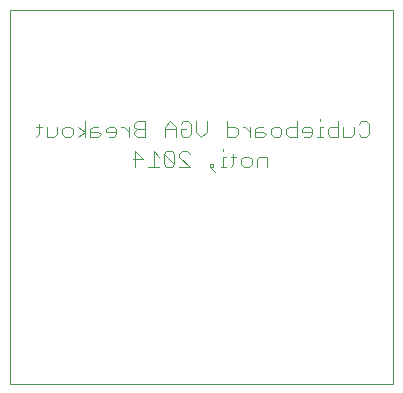
<source format=gbo>
G75*
%MOIN*%
%OFA0B0*%
%FSLAX24Y24*%
%IPPOS*%
%LPD*%
%AMOC8*
5,1,8,0,0,1.08239X$1,22.5*
%
%ADD10C,0.0000*%
%ADD11C,0.0040*%
D10*
X000480Y004962D02*
X000480Y017432D01*
X013272Y017432D01*
X013272Y004962D01*
X000480Y004962D01*
D11*
X004675Y012182D02*
X004675Y012702D01*
X004935Y012442D01*
X004588Y012442D01*
X005104Y012182D02*
X005451Y012182D01*
X005277Y012182D02*
X005277Y012702D01*
X005451Y012529D01*
X005619Y012616D02*
X005966Y012269D01*
X005879Y012182D01*
X005706Y012182D01*
X005619Y012269D01*
X005619Y012616D01*
X005706Y012702D01*
X005879Y012702D01*
X005966Y012616D01*
X005966Y012269D01*
X006135Y012182D02*
X006482Y012182D01*
X006135Y012529D01*
X006135Y012616D01*
X006222Y012702D01*
X006395Y012702D01*
X006482Y012616D01*
X006443Y013182D02*
X006270Y013182D01*
X006183Y013269D01*
X006183Y013442D01*
X006357Y013442D01*
X006530Y013269D02*
X006443Y013182D01*
X006530Y013269D02*
X006530Y013616D01*
X006443Y013702D01*
X006270Y013702D01*
X006183Y013616D01*
X006015Y013529D02*
X005841Y013702D01*
X005668Y013529D01*
X005668Y013182D01*
X005668Y013442D02*
X006015Y013442D01*
X006015Y013529D02*
X006015Y013182D01*
X006699Y013355D02*
X006699Y013702D01*
X006699Y013355D02*
X006872Y013182D01*
X007046Y013355D01*
X007046Y013702D01*
X007730Y013702D02*
X007730Y013182D01*
X007990Y013182D01*
X008077Y013269D01*
X008077Y013442D01*
X007990Y013529D01*
X007730Y013529D01*
X008247Y013529D02*
X008333Y013529D01*
X008507Y013355D01*
X008675Y013355D02*
X008936Y013355D01*
X009022Y013269D01*
X008936Y013182D01*
X008675Y013182D01*
X008675Y013442D01*
X008762Y013529D01*
X008936Y013529D01*
X009191Y013442D02*
X009191Y013269D01*
X009278Y013182D01*
X009451Y013182D01*
X009538Y013269D01*
X009538Y013442D01*
X009451Y013529D01*
X009278Y013529D01*
X009191Y013442D01*
X009707Y013442D02*
X009707Y013269D01*
X009793Y013182D01*
X010054Y013182D01*
X010054Y013702D01*
X010054Y013529D02*
X009793Y013529D01*
X009707Y013442D01*
X010222Y013442D02*
X010222Y013355D01*
X010569Y013355D01*
X010569Y013269D02*
X010569Y013442D01*
X010483Y013529D01*
X010309Y013529D01*
X010222Y013442D01*
X010309Y013182D02*
X010483Y013182D01*
X010569Y013269D01*
X010740Y013182D02*
X010913Y013182D01*
X010826Y013182D02*
X010826Y013529D01*
X010913Y013529D01*
X011082Y013442D02*
X011082Y013269D01*
X011168Y013182D01*
X011429Y013182D01*
X011429Y013702D01*
X011429Y013529D02*
X011168Y013529D01*
X011082Y013442D01*
X010826Y013702D02*
X010826Y013789D01*
X011597Y013529D02*
X011597Y013182D01*
X011858Y013182D01*
X011944Y013269D01*
X011944Y013529D01*
X012113Y013616D02*
X012200Y013702D01*
X012373Y013702D01*
X012460Y013616D01*
X012460Y013269D01*
X012373Y013182D01*
X012200Y013182D01*
X012113Y013269D01*
X009060Y012529D02*
X009060Y012182D01*
X009060Y012529D02*
X008800Y012529D01*
X008713Y012442D01*
X008713Y012182D01*
X008544Y012269D02*
X008544Y012442D01*
X008458Y012529D01*
X008284Y012529D01*
X008197Y012442D01*
X008197Y012269D01*
X008284Y012182D01*
X008458Y012182D01*
X008544Y012269D01*
X008029Y012529D02*
X007855Y012529D01*
X007942Y012616D02*
X007942Y012269D01*
X007855Y012182D01*
X007685Y012182D02*
X007511Y012182D01*
X007598Y012182D02*
X007598Y012529D01*
X007685Y012529D01*
X007598Y012702D02*
X007598Y012789D01*
X007254Y012269D02*
X007254Y012182D01*
X007168Y012182D01*
X007168Y012269D01*
X007254Y012269D01*
X007168Y012182D02*
X007341Y012008D01*
X008507Y013182D02*
X008507Y013529D01*
X004983Y013442D02*
X004723Y013442D01*
X004636Y013355D01*
X004636Y013269D01*
X004723Y013182D01*
X004983Y013182D01*
X004983Y013702D01*
X004723Y013702D01*
X004636Y013616D01*
X004636Y013529D01*
X004723Y013442D01*
X004468Y013355D02*
X004294Y013529D01*
X004207Y013529D01*
X004038Y013442D02*
X004038Y013269D01*
X003951Y013182D01*
X003778Y013182D01*
X003691Y013355D02*
X004038Y013355D01*
X004038Y013442D02*
X003951Y013529D01*
X003778Y013529D01*
X003691Y013442D01*
X003691Y013355D01*
X003522Y013269D02*
X003436Y013355D01*
X003175Y013355D01*
X003175Y013442D02*
X003175Y013182D01*
X003436Y013182D01*
X003522Y013269D01*
X003436Y013529D02*
X003262Y013529D01*
X003175Y013442D01*
X003007Y013355D02*
X002746Y013529D01*
X002577Y013442D02*
X002577Y013269D01*
X002490Y013182D01*
X002317Y013182D01*
X002230Y013269D01*
X002230Y013442D01*
X002317Y013529D01*
X002490Y013529D01*
X002577Y013442D01*
X002746Y013182D02*
X003007Y013355D01*
X003007Y013182D02*
X003007Y013702D01*
X002061Y013529D02*
X002061Y013269D01*
X001975Y013182D01*
X001714Y013182D01*
X001714Y013529D01*
X001546Y013529D02*
X001372Y013529D01*
X001459Y013616D02*
X001459Y013269D01*
X001372Y013182D01*
X004468Y013182D02*
X004468Y013529D01*
M02*

</source>
